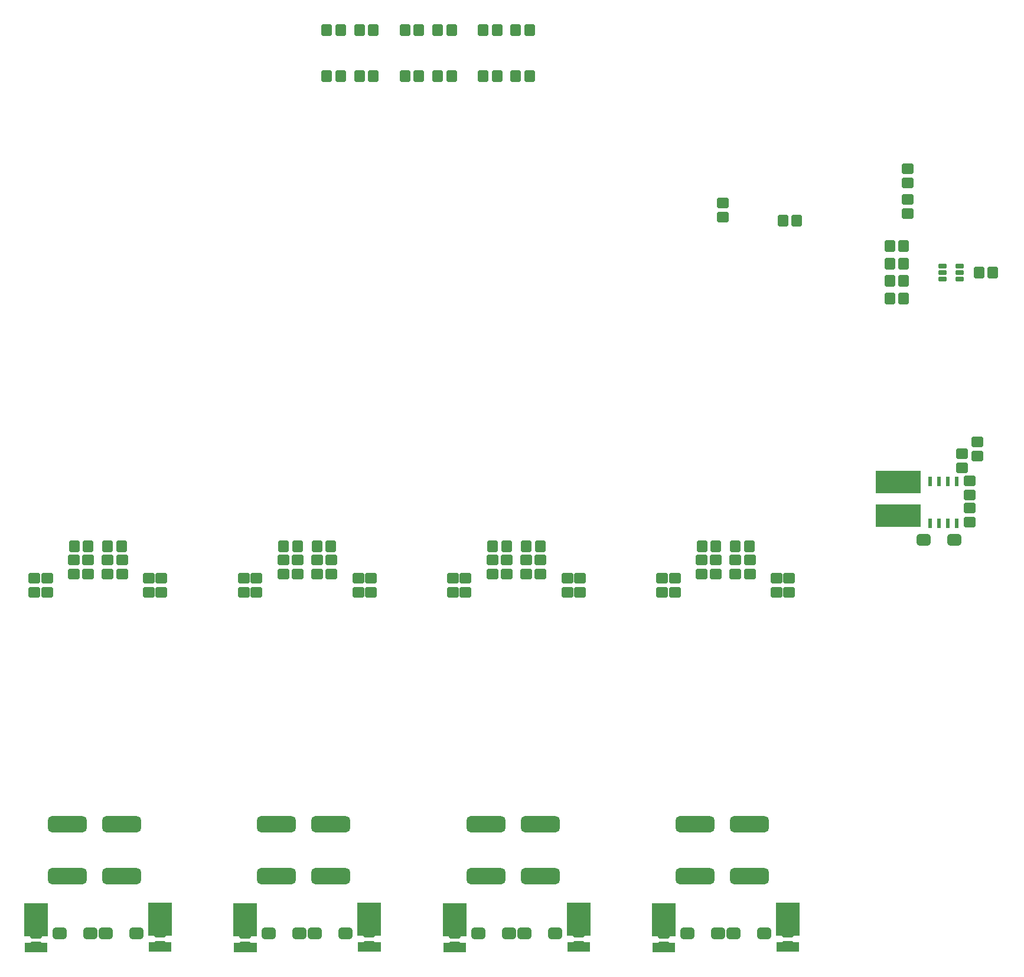
<source format=gbp>
G04*
G04 #@! TF.GenerationSoftware,Altium Limited,Altium Designer,20.1.14 (287)*
G04*
G04 Layer_Color=128*
%FSLAX44Y44*%
%MOMM*%
G71*
G04*
G04 #@! TF.SameCoordinates,66B91B26-6BD7-4DB9-BD5C-0B8DAFF097A8*
G04*
G04*
G04 #@! TF.FilePolarity,Positive*
G04*
G01*
G75*
G04:AMPARAMS|DCode=25|XSize=2.02mm|YSize=1.68mm|CornerRadius=0.42mm|HoleSize=0mm|Usage=FLASHONLY|Rotation=180.000|XOffset=0mm|YOffset=0mm|HoleType=Round|Shape=RoundedRectangle|*
%AMROUNDEDRECTD25*
21,1,2.0200,0.8400,0,0,180.0*
21,1,1.1800,1.6800,0,0,180.0*
1,1,0.8400,-0.5900,0.4200*
1,1,0.8400,0.5900,0.4200*
1,1,0.8400,0.5900,-0.4200*
1,1,0.8400,-0.5900,-0.4200*
%
%ADD25ROUNDEDRECTD25*%
G04:AMPARAMS|DCode=29|XSize=1.6mm|YSize=1.75mm|CornerRadius=0.4mm|HoleSize=0mm|Usage=FLASHONLY|Rotation=270.000|XOffset=0mm|YOffset=0mm|HoleType=Round|Shape=RoundedRectangle|*
%AMROUNDEDRECTD29*
21,1,1.6000,0.9500,0,0,270.0*
21,1,0.8000,1.7500,0,0,270.0*
1,1,0.8000,-0.4750,-0.4000*
1,1,0.8000,-0.4750,0.4000*
1,1,0.8000,0.4750,0.4000*
1,1,0.8000,0.4750,-0.4000*
%
%ADD29ROUNDEDRECTD29*%
G04:AMPARAMS|DCode=32|XSize=1.6mm|YSize=1.75mm|CornerRadius=0.4mm|HoleSize=0mm|Usage=FLASHONLY|Rotation=0.000|XOffset=0mm|YOffset=0mm|HoleType=Round|Shape=RoundedRectangle|*
%AMROUNDEDRECTD32*
21,1,1.6000,0.9500,0,0,0.0*
21,1,0.8000,1.7500,0,0,0.0*
1,1,0.8000,0.4000,-0.4750*
1,1,0.8000,-0.4000,-0.4750*
1,1,0.8000,-0.4000,0.4750*
1,1,0.8000,0.4000,0.4750*
%
%ADD32ROUNDEDRECTD32*%
G04:AMPARAMS|DCode=106|XSize=1.25mm|YSize=0.6mm|CornerRadius=0.15mm|HoleSize=0mm|Usage=FLASHONLY|Rotation=0.000|XOffset=0mm|YOffset=0mm|HoleType=Round|Shape=RoundedRectangle|*
%AMROUNDEDRECTD106*
21,1,1.2500,0.3000,0,0,0.0*
21,1,0.9500,0.6000,0,0,0.0*
1,1,0.3000,0.4750,-0.1500*
1,1,0.3000,-0.4750,-0.1500*
1,1,0.3000,-0.4750,0.1500*
1,1,0.3000,0.4750,0.1500*
%
%ADD106ROUNDEDRECTD106*%
%ADD107R,0.6000X1.4000*%
%ADD108R,6.5500X3.2000*%
G04:AMPARAMS|DCode=109|XSize=5.6mm|YSize=2.3mm|CornerRadius=0.575mm|HoleSize=0mm|Usage=FLASHONLY|Rotation=180.000|XOffset=0mm|YOffset=0mm|HoleType=Round|Shape=RoundedRectangle|*
%AMROUNDEDRECTD109*
21,1,5.6000,1.1500,0,0,180.0*
21,1,4.4500,2.3000,0,0,180.0*
1,1,1.1500,-2.2250,0.5750*
1,1,1.1500,2.2250,0.5750*
1,1,1.1500,2.2250,-0.5750*
1,1,1.1500,-2.2250,-0.5750*
%
%ADD109ROUNDEDRECTD109*%
%ADD110R,3.3600X4.8600*%
%ADD111R,1.3900X1.4000*%
D25*
X1574000Y823000D02*
D03*
X1530000D02*
D03*
X335000Y259000D02*
D03*
X291000D02*
D03*
X591000D02*
D03*
X635000D02*
D03*
X891000D02*
D03*
X935000D02*
D03*
X1191000D02*
D03*
X1235000D02*
D03*
X357000D02*
D03*
X401000D02*
D03*
X701000D02*
D03*
X657000D02*
D03*
X1001000D02*
D03*
X957000D02*
D03*
X1301000D02*
D03*
X1257000D02*
D03*
D29*
X1173000Y748000D02*
D03*
Y768000D02*
D03*
X873000Y748000D02*
D03*
Y768000D02*
D03*
X573000Y748000D02*
D03*
Y768000D02*
D03*
X273000Y748000D02*
D03*
Y768000D02*
D03*
X1319000Y748000D02*
D03*
Y768000D02*
D03*
X1019000Y748000D02*
D03*
Y768000D02*
D03*
X719000Y748000D02*
D03*
Y768000D02*
D03*
X419000Y748000D02*
D03*
Y768000D02*
D03*
X1507000Y1336000D02*
D03*
Y1356000D02*
D03*
Y1311500D02*
D03*
Y1291500D02*
D03*
X1607000Y944000D02*
D03*
Y964000D02*
D03*
X1596000Y888000D02*
D03*
Y908000D02*
D03*
X1585000Y927000D02*
D03*
Y947000D02*
D03*
X1596000Y869000D02*
D03*
Y849000D02*
D03*
X1241914Y1286400D02*
D03*
Y1306400D02*
D03*
X257251Y259000D02*
D03*
Y239000D02*
D03*
X557251D02*
D03*
Y259000D02*
D03*
X857251Y239000D02*
D03*
Y259000D02*
D03*
X1157251Y239000D02*
D03*
Y259000D02*
D03*
X435000Y260000D02*
D03*
Y240000D02*
D03*
X735000D02*
D03*
Y260000D02*
D03*
X1035000Y240000D02*
D03*
Y260000D02*
D03*
X1335000Y240000D02*
D03*
Y260000D02*
D03*
X311501Y794401D02*
D03*
Y774401D02*
D03*
X611501D02*
D03*
Y794401D02*
D03*
X911501Y774401D02*
D03*
Y794401D02*
D03*
X1211501Y774401D02*
D03*
Y794401D02*
D03*
X380501Y794401D02*
D03*
Y774401D02*
D03*
X680501D02*
D03*
Y794401D02*
D03*
X980501Y774401D02*
D03*
Y794401D02*
D03*
X1280501Y774401D02*
D03*
Y794401D02*
D03*
X332000Y794401D02*
D03*
Y774401D02*
D03*
X632000D02*
D03*
Y794401D02*
D03*
X932000Y774401D02*
D03*
Y794401D02*
D03*
X1232000Y774401D02*
D03*
Y794401D02*
D03*
X360000Y794401D02*
D03*
Y774401D02*
D03*
X660000D02*
D03*
Y794401D02*
D03*
X960000Y774401D02*
D03*
Y794401D02*
D03*
X1260000Y774401D02*
D03*
Y794401D02*
D03*
X437000Y768000D02*
D03*
Y748000D02*
D03*
X737000Y768000D02*
D03*
Y748000D02*
D03*
X1037000Y768000D02*
D03*
Y748000D02*
D03*
X1337000Y768000D02*
D03*
Y748000D02*
D03*
X255000Y768000D02*
D03*
Y748000D02*
D03*
X555000Y768000D02*
D03*
Y748000D02*
D03*
X855000Y768000D02*
D03*
Y748000D02*
D03*
X1155000Y768000D02*
D03*
Y748000D02*
D03*
D32*
X1501000Y1220000D02*
D03*
X1481000D02*
D03*
X1501000Y1170000D02*
D03*
X1481000D02*
D03*
X1501000Y1195000D02*
D03*
X1481000D02*
D03*
X1348000Y1281000D02*
D03*
X1328000Y1281000D02*
D03*
X1501000Y1245000D02*
D03*
X1481000D02*
D03*
X1629000Y1207000D02*
D03*
X1609000D02*
D03*
X721000Y1555000D02*
D03*
X741000D02*
D03*
X721000Y1489000D02*
D03*
X741000D02*
D03*
X694000Y1555000D02*
D03*
X674000D02*
D03*
X694000Y1489000D02*
D03*
X674000D02*
D03*
X833000Y1555000D02*
D03*
X853000D02*
D03*
X833000Y1489000D02*
D03*
X853000D02*
D03*
X806000Y1555000D02*
D03*
X786000D02*
D03*
X806000Y1489000D02*
D03*
X786000D02*
D03*
X944800Y1555000D02*
D03*
X964800D02*
D03*
X944800Y1489000D02*
D03*
X964800D02*
D03*
X918000Y1555000D02*
D03*
X898000D02*
D03*
X918000Y1489000D02*
D03*
X898000D02*
D03*
X332000Y814401D02*
D03*
X312000D02*
D03*
X612000D02*
D03*
X632000D02*
D03*
X912000D02*
D03*
X932000D02*
D03*
X1212000D02*
D03*
X1232000D02*
D03*
X360000Y814401D02*
D03*
X380000D02*
D03*
X680000D02*
D03*
X660000D02*
D03*
X980000D02*
D03*
X960000D02*
D03*
X1280000D02*
D03*
X1260000D02*
D03*
D106*
X1556500Y1197500D02*
D03*
Y1207000D02*
D03*
Y1216500D02*
D03*
X1581500D02*
D03*
Y1207000D02*
D03*
Y1197500D02*
D03*
D107*
X1577400Y907000D02*
D03*
X1564700D02*
D03*
X1552000D02*
D03*
X1577400Y847000D02*
D03*
X1564700D02*
D03*
X1552000D02*
D03*
X1539300Y907000D02*
D03*
Y847000D02*
D03*
D108*
X1493000Y858000D02*
D03*
Y906000D02*
D03*
D109*
X302000Y341000D02*
D03*
Y415000D02*
D03*
X602000Y341000D02*
D03*
Y415000D02*
D03*
X902000D02*
D03*
Y341000D02*
D03*
X1202000D02*
D03*
Y415000D02*
D03*
X380000Y341000D02*
D03*
Y415000D02*
D03*
X680000Y341000D02*
D03*
Y415000D02*
D03*
X980000D02*
D03*
Y341000D02*
D03*
X1280000D02*
D03*
Y415000D02*
D03*
D110*
X257251Y277812D02*
D03*
X557251D02*
D03*
X857251D02*
D03*
X1157251D02*
D03*
X435000Y278812D02*
D03*
X735000D02*
D03*
X1035000D02*
D03*
X1335000D02*
D03*
D111*
X247853Y238188D02*
D03*
X266649Y238188D02*
D03*
X566649D02*
D03*
X547853Y238188D02*
D03*
X866649Y238188D02*
D03*
X847853Y238188D02*
D03*
X1166649Y238188D02*
D03*
X1147853Y238188D02*
D03*
X425602Y239188D02*
D03*
X444398Y239188D02*
D03*
X744398D02*
D03*
X725602Y239188D02*
D03*
X1044398Y239188D02*
D03*
X1025602Y239188D02*
D03*
X1344398Y239188D02*
D03*
X1325602Y239188D02*
D03*
M02*

</source>
